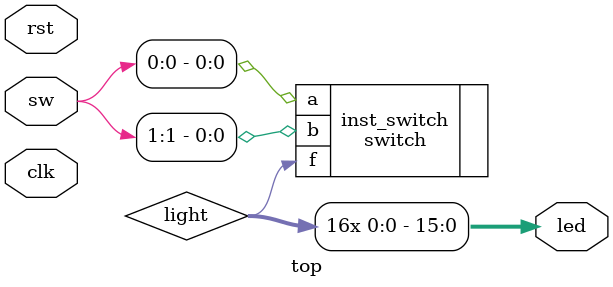
<source format=v>
`timescale 1ns/1ps

module top(
    input           clk,
    input           rst,
    input [1 : 0]   sw,
    output [15 : 0] led
);

    wire light;
    assign led = {16{light}};

    switch inst_switch(
        .a  (sw[0]),
        .b  (sw[1]),

        .f  (light)
    );

endmodule

</source>
